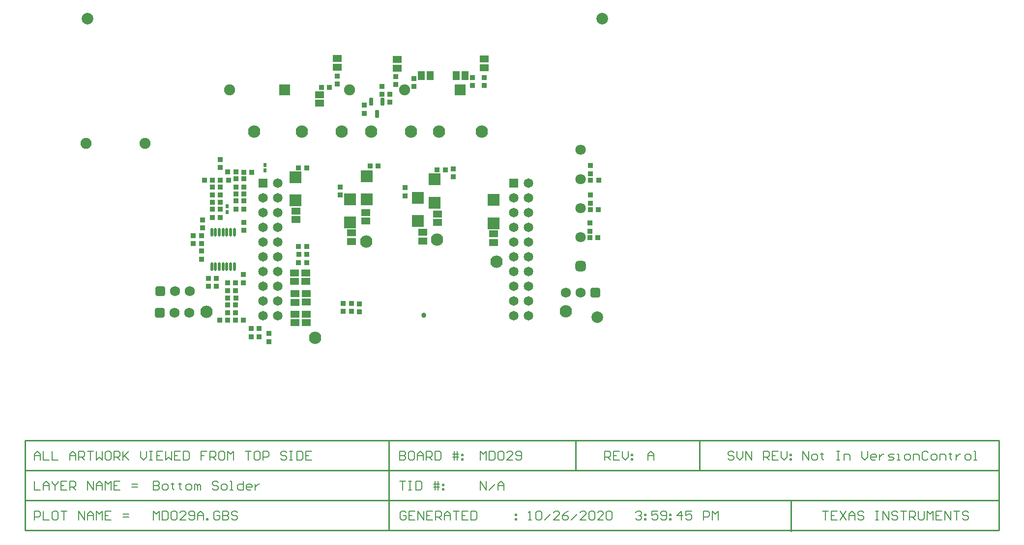
<source format=gbs>
G04*
G04 #@! TF.GenerationSoftware,Altium Limited,Altium Designer,18.1.9 (240)*
G04*
G04 Layer_Color=16711935*
%FSAX44Y44*%
%MOMM*%
G71*
G01*
G75*
%ADD15C,0.2032*%
%ADD16C,0.2540*%
%ADD59R,2.1000X2.1000*%
%ADD70R,0.9000X0.9500*%
%ADD71R,0.6000X0.7000*%
%ADD72R,1.5000X1.2000*%
%ADD73R,0.9500X0.9000*%
%ADD74C,2.0000*%
%ADD75R,1.2000X1.5000*%
%ADD76C,1.7500*%
G04:AMPARAMS|DCode=77|XSize=1.75mm|YSize=1.75mm|CornerRadius=0.4625mm|HoleSize=0mm|Usage=FLASHONLY|Rotation=0.000|XOffset=0mm|YOffset=0mm|HoleType=Round|Shape=RoundedRectangle|*
%AMROUNDEDRECTD77*
21,1,1.7500,0.8250,0,0,0.0*
21,1,0.8250,1.7500,0,0,0.0*
1,1,0.9250,0.4125,-0.4125*
1,1,0.9250,-0.4125,-0.4125*
1,1,0.9250,-0.4125,0.4125*
1,1,0.9250,0.4125,0.4125*
%
%ADD77ROUNDEDRECTD77*%
%ADD78C,1.6500*%
%ADD79R,1.6500X1.6500*%
%ADD80C,1.9000*%
%ADD81R,1.9000X1.9000*%
%ADD82C,1.8000*%
G04:AMPARAMS|DCode=83|XSize=1.8mm|YSize=1.8mm|CornerRadius=0.475mm|HoleSize=0mm|Usage=FLASHONLY|Rotation=90.000|XOffset=0mm|YOffset=0mm|HoleType=Round|Shape=RoundedRectangle|*
%AMROUNDEDRECTD83*
21,1,1.8000,0.8500,0,0,90.0*
21,1,0.8500,1.8000,0,0,90.0*
1,1,0.9500,0.4250,0.4250*
1,1,0.9500,0.4250,-0.4250*
1,1,0.9500,-0.4250,-0.4250*
1,1,0.9500,-0.4250,0.4250*
%
%ADD83ROUNDEDRECTD83*%
%ADD84C,2.1320*%
%ADD85C,0.8620*%
G04:AMPARAMS|DCode=110|XSize=1.3mm|YSize=0.6mm|CornerRadius=0.051mm|HoleSize=0mm|Usage=FLASHONLY|Rotation=270.000|XOffset=0mm|YOffset=0mm|HoleType=Round|Shape=RoundedRectangle|*
%AMROUNDEDRECTD110*
21,1,1.3000,0.4980,0,0,270.0*
21,1,1.1980,0.6000,0,0,270.0*
1,1,0.1020,-0.2490,-0.5990*
1,1,0.1020,-0.2490,0.5990*
1,1,0.1020,0.2490,0.5990*
1,1,0.1020,0.2490,-0.5990*
%
%ADD110ROUNDEDRECTD110*%
%ADD111O,0.5500X1.5000*%
G54D15*
X00322326Y00186814D02*
Y00171579D01*
X00329944D01*
X00332483Y00174118D01*
Y00176657D01*
X00329944Y00179196D01*
X00322326D01*
X00329944D01*
X00332483Y00181735D01*
Y00184275D01*
X00329944Y00186814D01*
X00322326D01*
X00340100Y00171579D02*
X00345179D01*
X00347718Y00174118D01*
Y00179196D01*
X00345179Y00181735D01*
X00340100D01*
X00337561Y00179196D01*
Y00174118D01*
X00340100Y00171579D01*
X00355335Y00184275D02*
Y00181735D01*
X00352796D01*
X00357874D01*
X00355335D01*
Y00174118D01*
X00357874Y00171579D01*
X00368031Y00184275D02*
Y00181735D01*
X00365492D01*
X00370570D01*
X00368031D01*
Y00174118D01*
X00370570Y00171579D01*
X00380727D02*
X00385806D01*
X00388345Y00174118D01*
Y00179196D01*
X00385806Y00181735D01*
X00380727D01*
X00378188Y00179196D01*
Y00174118D01*
X00380727Y00171579D01*
X00393423D02*
Y00181735D01*
X00395962D01*
X00398501Y00179196D01*
Y00171579D01*
Y00179196D01*
X00401040Y00181735D01*
X00403580Y00179196D01*
Y00171579D01*
X00434050Y00184275D02*
X00431511Y00186814D01*
X00426432D01*
X00423893Y00184275D01*
Y00181735D01*
X00426432Y00179196D01*
X00431511D01*
X00434050Y00176657D01*
Y00174118D01*
X00431511Y00171579D01*
X00426432D01*
X00423893Y00174118D01*
X00441667Y00171579D02*
X00446746D01*
X00449285Y00174118D01*
Y00179196D01*
X00446746Y00181735D01*
X00441667D01*
X00439128Y00179196D01*
Y00174118D01*
X00441667Y00171579D01*
X00454363D02*
X00459442D01*
X00456903D01*
Y00186814D01*
X00454363D01*
X00477216D02*
Y00171579D01*
X00469598D01*
X00467059Y00174118D01*
Y00179196D01*
X00469598Y00181735D01*
X00477216D01*
X00489912Y00171579D02*
X00484833D01*
X00482294Y00174118D01*
Y00179196D01*
X00484833Y00181735D01*
X00489912D01*
X00492451Y00179196D01*
Y00176657D01*
X00482294D01*
X00497529Y00181735D02*
Y00171579D01*
Y00176657D01*
X00500069Y00179196D01*
X00502608Y00181735D01*
X00505147D01*
X00885317Y00171450D02*
Y00186685D01*
X00895474Y00171450D01*
Y00186685D01*
X00900552Y00171450D02*
X00910709Y00181607D01*
X00915787Y00171450D02*
Y00181607D01*
X00920865Y00186685D01*
X00925944Y00181607D01*
Y00171450D01*
Y00179067D01*
X00915787D01*
X00746760Y00186685D02*
X00756917D01*
X00751838D01*
Y00171450D01*
X00761995Y00186685D02*
X00767073D01*
X00764534D01*
Y00171450D01*
X00761995D01*
X00767073D01*
X00774691Y00186685D02*
Y00171450D01*
X00782309D01*
X00784848Y00173989D01*
Y00184146D01*
X00782309Y00186685D01*
X00774691D01*
X00807700Y00171450D02*
Y00186685D01*
X00812779D02*
Y00171450D01*
X00805161Y00181607D02*
X00812779D01*
X00815318D01*
X00805161Y00176528D02*
X00815318D01*
X00820396Y00181607D02*
X00822935D01*
Y00179067D01*
X00820396D01*
Y00181607D01*
Y00173989D02*
X00822935D01*
Y00171450D01*
X00820396D01*
Y00173989D01*
X01474470Y00134530D02*
X01484627D01*
X01479548D01*
Y00119295D01*
X01499862Y00134530D02*
X01489705D01*
Y00119295D01*
X01499862D01*
X01489705Y00126912D02*
X01494783D01*
X01504940Y00134530D02*
X01515097Y00119295D01*
Y00134530D02*
X01504940Y00119295D01*
X01520175D02*
Y00129452D01*
X01525254Y00134530D01*
X01530332Y00129452D01*
Y00119295D01*
Y00126912D01*
X01520175D01*
X01545567Y00131991D02*
X01543028Y00134530D01*
X01537950D01*
X01535410Y00131991D01*
Y00129452D01*
X01537950Y00126912D01*
X01543028D01*
X01545567Y00124373D01*
Y00121834D01*
X01543028Y00119295D01*
X01537950D01*
X01535410Y00121834D01*
X01565880Y00134530D02*
X01570959D01*
X01568420D01*
Y00119295D01*
X01565880D01*
X01570959D01*
X01578576D02*
Y00134530D01*
X01588733Y00119295D01*
Y00134530D01*
X01603968Y00131991D02*
X01601429Y00134530D01*
X01596351D01*
X01593811Y00131991D01*
Y00129452D01*
X01596351Y00126912D01*
X01601429D01*
X01603968Y00124373D01*
Y00121834D01*
X01601429Y00119295D01*
X01596351D01*
X01593811Y00121834D01*
X01609046Y00134530D02*
X01619203D01*
X01614125D01*
Y00119295D01*
X01624281D02*
Y00134530D01*
X01631899D01*
X01634438Y00131991D01*
Y00126912D01*
X01631899Y00124373D01*
X01624281D01*
X01629360D02*
X01634438Y00119295D01*
X01639517Y00134530D02*
Y00121834D01*
X01642056Y00119295D01*
X01647134D01*
X01649673Y00121834D01*
Y00134530D01*
X01654752Y00119295D02*
Y00134530D01*
X01659830Y00129452D01*
X01664908Y00134530D01*
Y00119295D01*
X01680143Y00134530D02*
X01669987D01*
Y00119295D01*
X01680143D01*
X01669987Y00126912D02*
X01675065D01*
X01685222Y00119295D02*
Y00134530D01*
X01695379Y00119295D01*
Y00134530D01*
X01700457D02*
X01710614D01*
X01705535D01*
Y00119295D01*
X01725849Y00131991D02*
X01723309Y00134530D01*
X01718231D01*
X01715692Y00131991D01*
Y00129452D01*
X01718231Y00126912D01*
X01723309D01*
X01725849Y00124373D01*
Y00121834D01*
X01723309Y00119295D01*
X01718231D01*
X01715692Y00121834D01*
X01153287Y00131991D02*
X01155826Y00134530D01*
X01160904D01*
X01163444Y00131991D01*
Y00129452D01*
X01160904Y00126912D01*
X01158365D01*
X01160904D01*
X01163444Y00124373D01*
Y00121834D01*
X01160904Y00119295D01*
X01155826D01*
X01153287Y00121834D01*
X01168522Y00129452D02*
X01171061D01*
Y00126912D01*
X01168522D01*
Y00129452D01*
Y00121834D02*
X01171061D01*
Y00119295D01*
X01168522D01*
Y00121834D01*
X01191375Y00134530D02*
X01181218D01*
Y00126912D01*
X01186296Y00129452D01*
X01188836D01*
X01191375Y00126912D01*
Y00121834D01*
X01188836Y00119295D01*
X01183757D01*
X01181218Y00121834D01*
X01196453D02*
X01198992Y00119295D01*
X01204071D01*
X01206610Y00121834D01*
Y00131991D01*
X01204071Y00134530D01*
X01198992D01*
X01196453Y00131991D01*
Y00129452D01*
X01198992Y00126912D01*
X01206610D01*
X01211688Y00129452D02*
X01214227D01*
Y00126912D01*
X01211688D01*
Y00129452D01*
Y00121834D02*
X01214227D01*
Y00119295D01*
X01211688D01*
Y00121834D01*
X01232001Y00119295D02*
Y00134530D01*
X01224384Y00126912D01*
X01234541D01*
X01249776Y00134530D02*
X01239619D01*
Y00126912D01*
X01244697Y00129452D01*
X01247237D01*
X01249776Y00126912D01*
Y00121834D01*
X01247237Y00119295D01*
X01242158D01*
X01239619Y00121834D01*
X01270089Y00119295D02*
Y00134530D01*
X01277707D01*
X01280246Y00131991D01*
Y00126912D01*
X01277707Y00124373D01*
X01270089D01*
X01285324Y00119295D02*
Y00134530D01*
X01290403Y00129452D01*
X01295481Y00134530D01*
Y00119295D01*
X00117729D02*
Y00134530D01*
X00125346D01*
X00127886Y00131991D01*
Y00126912D01*
X00125346Y00124373D01*
X00117729D01*
X00132964Y00134530D02*
Y00119295D01*
X00143121D01*
X00155817Y00134530D02*
X00150738D01*
X00148199Y00131991D01*
Y00121834D01*
X00150738Y00119295D01*
X00155817D01*
X00158356Y00121834D01*
Y00131991D01*
X00155817Y00134530D01*
X00163434D02*
X00173591D01*
X00168513D01*
Y00119295D01*
X00193904D02*
Y00134530D01*
X00204061Y00119295D01*
Y00134530D01*
X00209139Y00119295D02*
Y00129452D01*
X00214218Y00134530D01*
X00219296Y00129452D01*
Y00119295D01*
Y00126912D01*
X00209139D01*
X00224375Y00119295D02*
Y00134530D01*
X00229453Y00129452D01*
X00234531Y00134530D01*
Y00119295D01*
X00249766Y00134530D02*
X00239610D01*
Y00119295D01*
X00249766D01*
X00239610Y00126912D02*
X00244688D01*
X00270080Y00124373D02*
X00280236D01*
X00270080Y00129452D02*
X00280236D01*
X00117729Y00186814D02*
Y00171579D01*
X00127886D01*
X00132964D02*
Y00181735D01*
X00138042Y00186814D01*
X00143121Y00181735D01*
Y00171579D01*
Y00179196D01*
X00132964D01*
X00148199Y00186814D02*
Y00184275D01*
X00153278Y00179196D01*
X00158356Y00184275D01*
Y00186814D01*
X00153278Y00179196D02*
Y00171579D01*
X00173591Y00186814D02*
X00163434D01*
Y00171579D01*
X00173591D01*
X00163434Y00179196D02*
X00168513D01*
X00178669Y00171579D02*
Y00186814D01*
X00186287D01*
X00188826Y00184275D01*
Y00179196D01*
X00186287Y00176657D01*
X00178669D01*
X00183748D02*
X00188826Y00171579D01*
X00209139D02*
Y00186814D01*
X00219296Y00171579D01*
Y00186814D01*
X00224375Y00171579D02*
Y00181735D01*
X00229453Y00186814D01*
X00234531Y00181735D01*
Y00171579D01*
Y00179196D01*
X00224375D01*
X00239610Y00171579D02*
Y00186814D01*
X00244688Y00181735D01*
X00249766Y00186814D01*
Y00171579D01*
X00265001Y00186814D02*
X00254845D01*
Y00171579D01*
X00265001D01*
X00254845Y00179196D02*
X00259923D01*
X00285315Y00176657D02*
X00295471D01*
X00285315Y00181735D02*
X00295471D01*
X00746760Y00238332D02*
Y00223097D01*
X00754378D01*
X00756917Y00225636D01*
Y00228175D01*
X00754378Y00230714D01*
X00746760D01*
X00754378D01*
X00756917Y00233253D01*
Y00235793D01*
X00754378Y00238332D01*
X00746760D01*
X00769613D02*
X00764534D01*
X00761995Y00235793D01*
Y00225636D01*
X00764534Y00223097D01*
X00769613D01*
X00772152Y00225636D01*
Y00235793D01*
X00769613Y00238332D01*
X00777230Y00223097D02*
Y00233253D01*
X00782309Y00238332D01*
X00787387Y00233253D01*
Y00223097D01*
Y00230714D01*
X00777230D01*
X00792465Y00223097D02*
Y00238332D01*
X00800083D01*
X00802622Y00235793D01*
Y00230714D01*
X00800083Y00228175D01*
X00792465D01*
X00797544D02*
X00802622Y00223097D01*
X00807700Y00238332D02*
Y00223097D01*
X00815318D01*
X00817857Y00225636D01*
Y00235793D01*
X00815318Y00238332D01*
X00807700D01*
X00840710Y00223097D02*
Y00238332D01*
X00845788D02*
Y00223097D01*
X00838170Y00233253D02*
X00845788D01*
X00848327D01*
X00838170Y00228175D02*
X00848327D01*
X00853406Y00233253D02*
X00855945D01*
Y00230714D01*
X00853406D01*
Y00233253D01*
Y00225636D02*
X00855945D01*
Y00223097D01*
X00853406D01*
Y00225636D01*
X00885317Y00223097D02*
Y00238332D01*
X00890395Y00233253D01*
X00895474Y00238332D01*
Y00223097D01*
X00900552Y00238332D02*
Y00223097D01*
X00908170D01*
X00910709Y00225636D01*
Y00235793D01*
X00908170Y00238332D01*
X00900552D01*
X00915787Y00235793D02*
X00918326Y00238332D01*
X00923405D01*
X00925944Y00235793D01*
Y00225636D01*
X00923405Y00223097D01*
X00918326D01*
X00915787Y00225636D01*
Y00235793D01*
X00941179Y00223097D02*
X00931022D01*
X00941179Y00233253D01*
Y00235793D01*
X00938640Y00238332D01*
X00933561D01*
X00931022Y00235793D01*
X00946257Y00225636D02*
X00948796Y00223097D01*
X00953875D01*
X00956414Y00225636D01*
Y00235793D01*
X00953875Y00238332D01*
X00948796D01*
X00946257Y00235793D01*
Y00233253D01*
X00948796Y00230714D01*
X00956414D01*
X01173861Y00223097D02*
Y00233253D01*
X01178939Y00238332D01*
X01184018Y00233253D01*
Y00223097D01*
Y00230714D01*
X01173861D01*
X00117729Y00223097D02*
Y00233253D01*
X00122807Y00238332D01*
X00127886Y00233253D01*
Y00223097D01*
Y00230714D01*
X00117729D01*
X00132964Y00238332D02*
Y00223097D01*
X00143121D01*
X00148199Y00238332D02*
Y00223097D01*
X00158356D01*
X00178669D02*
Y00233253D01*
X00183748Y00238332D01*
X00188826Y00233253D01*
Y00223097D01*
Y00230714D01*
X00178669D01*
X00193904Y00223097D02*
Y00238332D01*
X00201522D01*
X00204061Y00235793D01*
Y00230714D01*
X00201522Y00228175D01*
X00193904D01*
X00198983D02*
X00204061Y00223097D01*
X00209139Y00238332D02*
X00219296D01*
X00214218D01*
Y00223097D01*
X00224375Y00238332D02*
Y00223097D01*
X00229453Y00228175D01*
X00234531Y00223097D01*
Y00238332D01*
X00247227D02*
X00242149D01*
X00239610Y00235793D01*
Y00225636D01*
X00242149Y00223097D01*
X00247227D01*
X00249766Y00225636D01*
Y00235793D01*
X00247227Y00238332D01*
X00254845Y00223097D02*
Y00238332D01*
X00262462D01*
X00265001Y00235793D01*
Y00230714D01*
X00262462Y00228175D01*
X00254845D01*
X00259923D02*
X00265001Y00223097D01*
X00270080Y00238332D02*
Y00223097D01*
Y00228175D01*
X00280236Y00238332D01*
X00272619Y00230714D01*
X00280236Y00223097D01*
X00300550Y00238332D02*
Y00228175D01*
X00305628Y00223097D01*
X00310707Y00228175D01*
Y00238332D01*
X00315785D02*
X00320863D01*
X00318324D01*
Y00223097D01*
X00315785D01*
X00320863D01*
X00338638Y00238332D02*
X00328481D01*
Y00223097D01*
X00338638D01*
X00328481Y00230714D02*
X00333559D01*
X00343716Y00238332D02*
Y00223097D01*
X00348794Y00228175D01*
X00353873Y00223097D01*
Y00238332D01*
X00369108D02*
X00358951D01*
Y00223097D01*
X00369108D01*
X00358951Y00230714D02*
X00364029D01*
X00374186Y00238332D02*
Y00223097D01*
X00381804D01*
X00384343Y00225636D01*
Y00235793D01*
X00381804Y00238332D01*
X00374186D01*
X00414813D02*
X00404656D01*
Y00230714D01*
X00409734D01*
X00404656D01*
Y00223097D01*
X00419891D02*
Y00238332D01*
X00427509D01*
X00430048Y00235793D01*
Y00230714D01*
X00427509Y00228175D01*
X00419891D01*
X00424970D02*
X00430048Y00223097D01*
X00442744Y00238332D02*
X00437665D01*
X00435126Y00235793D01*
Y00225636D01*
X00437665Y00223097D01*
X00442744D01*
X00445283Y00225636D01*
Y00235793D01*
X00442744Y00238332D01*
X00450361Y00223097D02*
Y00238332D01*
X00455440Y00233253D01*
X00460518Y00238332D01*
Y00223097D01*
X00480832Y00238332D02*
X00490988D01*
X00485910D01*
Y00223097D01*
X00503684Y00238332D02*
X00498606D01*
X00496067Y00235793D01*
Y00225636D01*
X00498606Y00223097D01*
X00503684D01*
X00506223Y00225636D01*
Y00235793D01*
X00503684Y00238332D01*
X00511302Y00223097D02*
Y00238332D01*
X00518919D01*
X00521458Y00235793D01*
Y00230714D01*
X00518919Y00228175D01*
X00511302D01*
X00551929Y00235793D02*
X00549389Y00238332D01*
X00544311D01*
X00541772Y00235793D01*
Y00233253D01*
X00544311Y00230714D01*
X00549389D01*
X00551929Y00228175D01*
Y00225636D01*
X00549389Y00223097D01*
X00544311D01*
X00541772Y00225636D01*
X00557007Y00238332D02*
X00562085D01*
X00559546D01*
Y00223097D01*
X00557007D01*
X00562085D01*
X00569703Y00238332D02*
Y00223097D01*
X00577320D01*
X00579860Y00225636D01*
Y00235793D01*
X00577320Y00238332D01*
X00569703D01*
X00595095D02*
X00584938D01*
Y00223097D01*
X00595095D01*
X00584938Y00230714D02*
X00590016D01*
X00757425Y00131991D02*
X00754885Y00134530D01*
X00749807D01*
X00747268Y00131991D01*
Y00121834D01*
X00749807Y00119295D01*
X00754885D01*
X00757425Y00121834D01*
Y00126912D01*
X00752346D01*
X00772660Y00134530D02*
X00762503D01*
Y00119295D01*
X00772660D01*
X00762503Y00126912D02*
X00767581D01*
X00777738Y00119295D02*
Y00134530D01*
X00787895Y00119295D01*
Y00134530D01*
X00803130D02*
X00792973D01*
Y00119295D01*
X00803130D01*
X00792973Y00126912D02*
X00798052D01*
X00808208Y00119295D02*
Y00134530D01*
X00815826D01*
X00818365Y00131991D01*
Y00126912D01*
X00815826Y00124373D01*
X00808208D01*
X00813287D02*
X00818365Y00119295D01*
X00823443D02*
Y00129452D01*
X00828522Y00134530D01*
X00833600Y00129452D01*
Y00119295D01*
Y00126912D01*
X00823443D01*
X00838678Y00134530D02*
X00848835D01*
X00843757D01*
Y00119295D01*
X00864070Y00134530D02*
X00853913D01*
Y00119295D01*
X00864070D01*
X00853913Y00126912D02*
X00858992D01*
X00869149Y00134530D02*
Y00119295D01*
X00876766D01*
X00879305Y00121834D01*
Y00131991D01*
X00876766Y00134530D01*
X00869149D01*
X00945324Y00129452D02*
X00947863D01*
Y00126912D01*
X00945324D01*
Y00129452D01*
Y00121834D02*
X00947863D01*
Y00119295D01*
X00945324D01*
Y00121834D01*
X00968121Y00119295D02*
X00973199D01*
X00970660D01*
Y00134530D01*
X00968121Y00131991D01*
X00980817D02*
X00983356Y00134530D01*
X00988434D01*
X00990974Y00131991D01*
Y00121834D01*
X00988434Y00119295D01*
X00983356D01*
X00980817Y00121834D01*
Y00131991D01*
X00996052Y00119295D02*
X01006209Y00129452D01*
X01021444Y00119295D02*
X01011287D01*
X01021444Y00129452D01*
Y00131991D01*
X01018905Y00134530D01*
X01013826D01*
X01011287Y00131991D01*
X01036679Y00134530D02*
X01031600Y00131991D01*
X01026522Y00126912D01*
Y00121834D01*
X01029061Y00119295D01*
X01034140D01*
X01036679Y00121834D01*
Y00124373D01*
X01034140Y00126912D01*
X01026522D01*
X01041757Y00119295D02*
X01051914Y00129452D01*
X01067149Y00119295D02*
X01056992D01*
X01067149Y00129452D01*
Y00131991D01*
X01064610Y00134530D01*
X01059531D01*
X01056992Y00131991D01*
X01072227D02*
X01074766Y00134530D01*
X01079845D01*
X01082384Y00131991D01*
Y00121834D01*
X01079845Y00119295D01*
X01074766D01*
X01072227Y00121834D01*
Y00131991D01*
X01097619Y00119295D02*
X01087462D01*
X01097619Y00129452D01*
Y00131991D01*
X01095080Y00134530D01*
X01090002D01*
X01087462Y00131991D01*
X01102698D02*
X01105237Y00134530D01*
X01110315D01*
X01112854Y00131991D01*
Y00121834D01*
X01110315Y00119295D01*
X01105237D01*
X01102698Y00121834D01*
Y00131991D01*
X00322326Y00119295D02*
Y00134530D01*
X00327404Y00129452D01*
X00332483Y00134530D01*
Y00119295D01*
X00337561Y00134530D02*
Y00119295D01*
X00345179D01*
X00347718Y00121834D01*
Y00131991D01*
X00345179Y00134530D01*
X00337561D01*
X00352796Y00131991D02*
X00355335Y00134530D01*
X00360414D01*
X00362953Y00131991D01*
Y00121834D01*
X00360414Y00119295D01*
X00355335D01*
X00352796Y00121834D01*
Y00131991D01*
X00378188Y00119295D02*
X00368031D01*
X00378188Y00129452D01*
Y00131991D01*
X00375649Y00134530D01*
X00370570D01*
X00368031Y00131991D01*
X00383266Y00121834D02*
X00385806Y00119295D01*
X00390884D01*
X00393423Y00121834D01*
Y00131991D01*
X00390884Y00134530D01*
X00385806D01*
X00383266Y00131991D01*
Y00129452D01*
X00385806Y00126912D01*
X00393423D01*
X00398501Y00119295D02*
Y00129452D01*
X00403580Y00134530D01*
X00408658Y00129452D01*
Y00119295D01*
Y00126912D01*
X00398501D01*
X00413736Y00119295D02*
Y00121834D01*
X00416276D01*
Y00119295D01*
X00413736D01*
X00436589Y00131991D02*
X00434050Y00134530D01*
X00428971D01*
X00426432Y00131991D01*
Y00121834D01*
X00428971Y00119295D01*
X00434050D01*
X00436589Y00121834D01*
Y00126912D01*
X00431511D01*
X00441667Y00134530D02*
Y00119295D01*
X00449285D01*
X00451824Y00121834D01*
Y00124373D01*
X00449285Y00126912D01*
X00441667D01*
X00449285D01*
X00451824Y00129452D01*
Y00131991D01*
X00449285Y00134530D01*
X00441667D01*
X00467059Y00131991D02*
X00464520Y00134530D01*
X00459442D01*
X00456903Y00131991D01*
Y00129452D01*
X00459442Y00126912D01*
X00464520D01*
X00467059Y00124373D01*
Y00121834D01*
X00464520Y00119295D01*
X00459442D01*
X00456903Y00121834D01*
X01099820Y00223097D02*
Y00238332D01*
X01107438D01*
X01109977Y00235793D01*
Y00230714D01*
X01107438Y00228175D01*
X01099820D01*
X01104898D02*
X01109977Y00223097D01*
X01125212Y00238332D02*
X01115055D01*
Y00223097D01*
X01125212D01*
X01115055Y00230714D02*
X01120133D01*
X01130290Y00238332D02*
Y00228175D01*
X01135368Y00223097D01*
X01140447Y00228175D01*
Y00238332D01*
X01145525Y00233253D02*
X01148064D01*
Y00230714D01*
X01145525D01*
Y00233253D01*
Y00225636D02*
X01148064D01*
Y00223097D01*
X01145525D01*
Y00225636D01*
X01322829Y00235793D02*
X01320289Y00238332D01*
X01315211D01*
X01312672Y00235793D01*
Y00233253D01*
X01315211Y00230714D01*
X01320289D01*
X01322829Y00228175D01*
Y00225636D01*
X01320289Y00223097D01*
X01315211D01*
X01312672Y00225636D01*
X01327907Y00238332D02*
Y00228175D01*
X01332985Y00223097D01*
X01338064Y00228175D01*
Y00238332D01*
X01343142Y00223097D02*
Y00238332D01*
X01353299Y00223097D01*
Y00238332D01*
X01373612Y00223097D02*
Y00238332D01*
X01381230D01*
X01383769Y00235793D01*
Y00230714D01*
X01381230Y00228175D01*
X01373612D01*
X01378691D02*
X01383769Y00223097D01*
X01399004Y00238332D02*
X01388847D01*
Y00223097D01*
X01399004D01*
X01388847Y00230714D02*
X01393926D01*
X01404082Y00238332D02*
Y00228175D01*
X01409161Y00223097D01*
X01414239Y00228175D01*
Y00238332D01*
X01419317Y00233253D02*
X01421857D01*
Y00230714D01*
X01419317D01*
Y00233253D01*
Y00225636D02*
X01421857D01*
Y00223097D01*
X01419317D01*
Y00225636D01*
X01441196Y00223097D02*
Y00238332D01*
X01451353Y00223097D01*
Y00238332D01*
X01458970Y00223097D02*
X01464049D01*
X01466588Y00225636D01*
Y00230714D01*
X01464049Y00233253D01*
X01458970D01*
X01456431Y00230714D01*
Y00225636D01*
X01458970Y00223097D01*
X01474205Y00235793D02*
Y00233253D01*
X01471666D01*
X01476745D01*
X01474205D01*
Y00225636D01*
X01476745Y00223097D01*
X01499597Y00238332D02*
X01504675D01*
X01502136D01*
Y00223097D01*
X01499597D01*
X01504675D01*
X01512293D02*
Y00233253D01*
X01519910D01*
X01522450Y00230714D01*
Y00223097D01*
X01542763Y00238332D02*
Y00228175D01*
X01547841Y00223097D01*
X01552920Y00228175D01*
Y00238332D01*
X01565616Y00223097D02*
X01560537D01*
X01557998Y00225636D01*
Y00230714D01*
X01560537Y00233253D01*
X01565616D01*
X01568155Y00230714D01*
Y00228175D01*
X01557998D01*
X01573233Y00233253D02*
Y00223097D01*
Y00228175D01*
X01575773Y00230714D01*
X01578312Y00233253D01*
X01580851D01*
X01588468Y00223097D02*
X01596086D01*
X01598625Y00225636D01*
X01596086Y00228175D01*
X01591008D01*
X01588468Y00230714D01*
X01591008Y00233253D01*
X01598625D01*
X01603703Y00223097D02*
X01608782D01*
X01606243D01*
Y00233253D01*
X01603703D01*
X01618938Y00223097D02*
X01624017D01*
X01626556Y00225636D01*
Y00230714D01*
X01624017Y00233253D01*
X01618938D01*
X01616399Y00230714D01*
Y00225636D01*
X01618938Y00223097D01*
X01631634D02*
Y00233253D01*
X01639252D01*
X01641791Y00230714D01*
Y00223097D01*
X01657026Y00235793D02*
X01654487Y00238332D01*
X01649409D01*
X01646870Y00235793D01*
Y00225636D01*
X01649409Y00223097D01*
X01654487D01*
X01657026Y00225636D01*
X01664644Y00223097D02*
X01669722D01*
X01672261Y00225636D01*
Y00230714D01*
X01669722Y00233253D01*
X01664644D01*
X01662104Y00230714D01*
Y00225636D01*
X01664644Y00223097D01*
X01677340D02*
Y00233253D01*
X01684957D01*
X01687496Y00230714D01*
Y00223097D01*
X01695114Y00235793D02*
Y00233253D01*
X01692575D01*
X01697653D01*
X01695114D01*
Y00225636D01*
X01697653Y00223097D01*
X01705271Y00233253D02*
Y00223097D01*
Y00228175D01*
X01707810Y00230714D01*
X01710349Y00233253D01*
X01712888D01*
X01723045Y00223097D02*
X01728123D01*
X01730662Y00225636D01*
Y00230714D01*
X01728123Y00233253D01*
X01723045D01*
X01720506Y00230714D01*
Y00225636D01*
X01723045Y00223097D01*
X01735741D02*
X01740819D01*
X01738280D01*
Y00238332D01*
X01735741D01*
G54D16*
X01420876Y00100076D02*
Y00151596D01*
X01118870Y00101727D02*
X01778508D01*
Y00256667D01*
X00727710Y00101727D02*
Y00256667D01*
X00101600Y00101727D02*
Y00256667D01*
X00101727Y00101727D02*
X00501904D01*
X00101727D02*
Y00256667D01*
X01778508D01*
X00101600Y00101727D02*
X01118870D01*
X00101600Y00153374D02*
X01778000D01*
X00101600Y00205020D02*
X01778508D01*
X01049528D02*
Y00256667D01*
X01262888Y00205020D02*
Y00256667D01*
G54D59*
X00567069Y00670626D02*
D03*
Y00710626D02*
D03*
X00690118Y00672546D02*
D03*
Y00712546D02*
D03*
X00660908Y00632526D02*
D03*
Y00672526D02*
D03*
X00777748Y00634896D02*
D03*
Y00674896D02*
D03*
X00806958Y00666816D02*
D03*
Y00706816D02*
D03*
X00908558Y00631256D02*
D03*
Y00671256D02*
D03*
G54D70*
X00586958Y00577456D02*
D03*
X00572958D02*
D03*
X00625998Y00865801D02*
D03*
X00611998D02*
D03*
X00410382Y00705726D02*
D03*
X00424383D02*
D03*
X00423921Y00667626D02*
D03*
X00437921D02*
D03*
X00438005Y00705726D02*
D03*
X00452005D02*
D03*
X00491893Y00719376D02*
D03*
X00477893D02*
D03*
X00478675Y00681926D02*
D03*
X00464675D02*
D03*
X00464705Y00719976D02*
D03*
X00450705D02*
D03*
X00477747Y00464426D02*
D03*
X00463747D02*
D03*
X00464451Y00502526D02*
D03*
X00450451D02*
D03*
X00450747Y00464426D02*
D03*
X00436747D02*
D03*
X01089592Y00705866D02*
D03*
X01075592D02*
D03*
X01088972Y00654612D02*
D03*
X01074972D02*
D03*
X01088278Y00606486D02*
D03*
X01074278D02*
D03*
X00572628Y00591566D02*
D03*
X00586628D02*
D03*
X00586628Y00563626D02*
D03*
X00572628D02*
D03*
X00431190Y00535866D02*
D03*
X00417190D02*
D03*
X00417190Y00522516D02*
D03*
X00431190D02*
D03*
X00825225Y00723646D02*
D03*
X00811225D02*
D03*
X00709818Y00729826D02*
D03*
X00695818D02*
D03*
X00586628Y00726917D02*
D03*
X00572628D02*
D03*
G54D71*
X00449235Y00660876D02*
D03*
Y00650876D02*
D03*
X00514367Y00722115D02*
D03*
Y00732115D02*
D03*
G54D72*
X00585978Y00474606D02*
D03*
Y00459606D02*
D03*
X00568198Y00637406D02*
D03*
Y00652406D02*
D03*
X00688572Y00634866D02*
D03*
Y00649866D02*
D03*
X00639318Y00915296D02*
D03*
Y00900296D02*
D03*
X00742188Y00913951D02*
D03*
Y00898951D02*
D03*
X00663448Y00599504D02*
D03*
Y00614504D02*
D03*
X00786241Y00600576D02*
D03*
Y00615576D02*
D03*
X00608337Y00853066D02*
D03*
Y00838066D02*
D03*
X00812038Y00632326D02*
D03*
Y00647326D02*
D03*
X00892422Y00914656D02*
D03*
Y00899656D02*
D03*
X00908558Y00598036D02*
D03*
Y00613036D02*
D03*
X00565658Y00545726D02*
D03*
Y00530726D02*
D03*
X00566308Y00510026D02*
D03*
Y00495026D02*
D03*
X00566722Y00474606D02*
D03*
Y00459606D02*
D03*
X00584708Y00545726D02*
D03*
Y00530726D02*
D03*
X00585978Y00510335D02*
D03*
Y00495335D02*
D03*
G54D73*
X01075592Y00716646D02*
D03*
Y00730646D02*
D03*
X01074997Y00665846D02*
D03*
Y00679846D02*
D03*
X01074278Y00617586D02*
D03*
Y00631586D02*
D03*
X00639318Y00885139D02*
D03*
Y00871139D02*
D03*
X00740044Y00884465D02*
D03*
Y00870465D02*
D03*
X00771398Y00866960D02*
D03*
Y00880959D02*
D03*
X00892048Y00882703D02*
D03*
Y00868703D02*
D03*
X00871728Y00868599D02*
D03*
Y00882599D02*
D03*
X00685589Y00834786D02*
D03*
Y00820786D02*
D03*
X00730022Y00853816D02*
D03*
Y00839816D02*
D03*
X00490822Y00449626D02*
D03*
Y00435626D02*
D03*
X00677300Y00478394D02*
D03*
Y00492394D02*
D03*
X00663719Y00479036D02*
D03*
Y00493036D02*
D03*
X00648970Y00479167D02*
D03*
Y00493167D02*
D03*
X00644398Y00679816D02*
D03*
Y00693816D02*
D03*
X00756088Y00678546D02*
D03*
Y00692546D02*
D03*
X00839036Y00711016D02*
D03*
Y00725016D02*
D03*
X00716522Y00867551D02*
D03*
Y00853551D02*
D03*
X00437921Y00741115D02*
D03*
Y00727115D02*
D03*
X00406883Y00637183D02*
D03*
Y00623183D02*
D03*
X00423759Y00693676D02*
D03*
Y00679676D02*
D03*
X00423921Y00655186D02*
D03*
Y00641186D02*
D03*
X00437692Y00693676D02*
D03*
Y00679676D02*
D03*
X00437465Y00655186D02*
D03*
Y00641186D02*
D03*
X00405521Y00609856D02*
D03*
Y00595856D02*
D03*
X00477911Y00633010D02*
D03*
Y00619010D02*
D03*
X00477923Y00707976D02*
D03*
Y00693976D02*
D03*
X00478391Y00669876D02*
D03*
Y00655876D02*
D03*
X00464573Y00707976D02*
D03*
Y00693976D02*
D03*
X00464892Y00669876D02*
D03*
Y00655876D02*
D03*
X00391351Y00609856D02*
D03*
Y00595856D02*
D03*
X00521208Y00441086D02*
D03*
Y00427086D02*
D03*
X00477581Y00528546D02*
D03*
Y00542546D02*
D03*
X00504698Y00449626D02*
D03*
Y00435626D02*
D03*
X00463789Y00476476D02*
D03*
Y00490476D02*
D03*
X00464142Y00514576D02*
D03*
Y00528576D02*
D03*
X00450427Y00476476D02*
D03*
Y00490476D02*
D03*
X00450451Y00514576D02*
D03*
Y00528576D02*
D03*
X00405521Y00583186D02*
D03*
Y00569186D02*
D03*
G54D74*
X01087385Y00469646D02*
D03*
X01095248Y00983869D02*
D03*
X00208788D02*
D03*
G54D75*
X00784202Y00886206D02*
D03*
X00799202D02*
D03*
X00858908Y00885912D02*
D03*
X00843908D02*
D03*
G54D76*
X00385318Y00514096D02*
D03*
X00359918D02*
D03*
X01033018Y00511556D02*
D03*
X01058418D02*
D03*
X00383968Y00477266D02*
D03*
X00358568D02*
D03*
G54D77*
X00334518Y00514096D02*
D03*
X01083818Y00511556D02*
D03*
X00333168Y00477266D02*
D03*
G54D78*
X00968248Y00472186D02*
D03*
Y00497586D02*
D03*
Y00522986D02*
D03*
Y00548386D02*
D03*
Y00573786D02*
D03*
Y00599186D02*
D03*
Y00624586D02*
D03*
Y00649986D02*
D03*
Y00675386D02*
D03*
Y00700786D02*
D03*
X00942848Y00472186D02*
D03*
Y00497586D02*
D03*
Y00522986D02*
D03*
Y00548386D02*
D03*
Y00573786D02*
D03*
Y00599186D02*
D03*
Y00624586D02*
D03*
Y00649986D02*
D03*
Y00675386D02*
D03*
X00536448Y00472186D02*
D03*
Y00497586D02*
D03*
Y00522986D02*
D03*
Y00548386D02*
D03*
Y00573786D02*
D03*
Y00599186D02*
D03*
Y00624586D02*
D03*
Y00649986D02*
D03*
Y00675386D02*
D03*
Y00700786D02*
D03*
X00511048Y00472186D02*
D03*
Y00497586D02*
D03*
Y00522986D02*
D03*
Y00548386D02*
D03*
Y00573786D02*
D03*
Y00599186D02*
D03*
Y00624586D02*
D03*
Y00649986D02*
D03*
Y00675386D02*
D03*
G54D79*
X00942848Y00700786D02*
D03*
X00511048D02*
D03*
G54D80*
X00755257Y00861556D02*
D03*
X00660057D02*
D03*
X00453657D02*
D03*
X00307848Y00769366D02*
D03*
X00206248D02*
D03*
G54D81*
X00850457Y00861556D02*
D03*
X00548857D02*
D03*
G54D82*
X01058418Y00757576D02*
D03*
Y00707576D02*
D03*
Y00657576D02*
D03*
Y00607576D02*
D03*
G54D83*
Y00557576D02*
D03*
G54D84*
X00913638Y00564896D02*
D03*
X00495960Y00789686D02*
D03*
X00601472Y00433487D02*
D03*
X00414219Y00478340D02*
D03*
X01033018Y00479806D02*
D03*
X00578298Y00789686D02*
D03*
X00697526D02*
D03*
X00647180D02*
D03*
X00766318D02*
D03*
X00688848Y00599730D02*
D03*
X00811381Y00603377D02*
D03*
X00814578Y00789686D02*
D03*
X00888238D02*
D03*
G54D85*
X00787774Y00472814D02*
D03*
G54D110*
X00697990Y00840826D02*
D03*
X00716990D02*
D03*
X00707489Y00819826D02*
D03*
G54D111*
X00422965Y00615846D02*
D03*
X00429465D02*
D03*
X00435965D02*
D03*
X00442465D02*
D03*
X00448965D02*
D03*
X00455465D02*
D03*
X00461965D02*
D03*
X00422965Y00556846D02*
D03*
X00429465D02*
D03*
X00435965D02*
D03*
X00442465D02*
D03*
X00448965D02*
D03*
X00455465D02*
D03*
X00461965D02*
D03*
M02*

</source>
